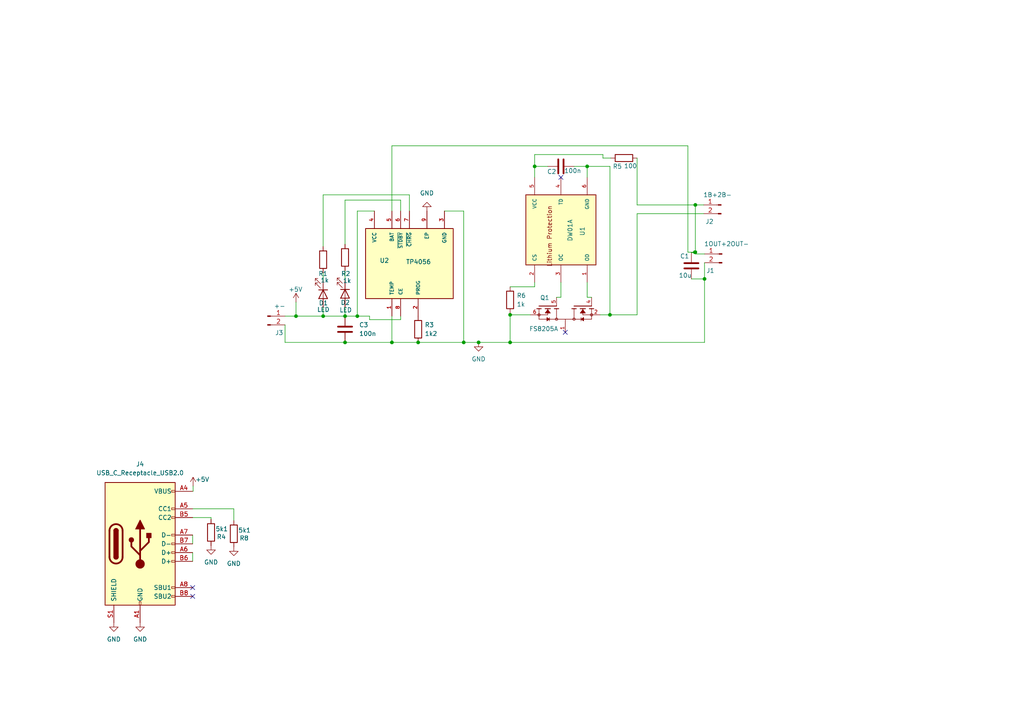
<source format=kicad_sch>
(kicad_sch (version 20230121) (generator eeschema)
  (paper "A4")
  (lib_symbols
    (symbol "Connector:Conn_01x02_Pin" (pin_names (offset 1.016) hide)
      (property "Reference" "J" (at 0 2.54 0))
      (property "Value" "Conn_01x02_Pin" (at 0 -5.08 0))
      (symbol "Conn_01x02_Pin_1_1"
        (polyline (pts (xy 1.27 -2.54) (xy 0.8636 -2.54)) (stroke (width 0.1524)))
        (polyline (pts (xy 1.27 0) (xy 0.8636 0)) (stroke (width 0.1524)))
        (rectangle (start 0.8636 -2.413) (end 0 -2.667) (stroke (width 0.1524)) (fill (type outline)))
        (rectangle (start 0.8636 0.127) (end 0 -0.127) (stroke (width 0.1524)) (fill (type outline)))
        (pin passive line (at 5.08 0 180) (length 3.81) (name "Pin_1") (number "1"))
        (pin passive line (at 5.08 -2.54 180) (length 3.81) (name "Pin_2") (number "2"))
      )
    )
    (symbol "Connector:USB_C_Receptacle_USB2.0" (pin_names (offset 1.016))
      (property "Reference" "J" (at -10.16 19.05 0))
      (property "Value" "USB_C_Receptacle_USB2.0" (at 19.05 19.05 0))
      (symbol "USB_C_Receptacle_USB2.0_0_0"
        (rectangle (start -0.254 -17.78) (end 0.254 -16.764))
        (rectangle (start 10.16 -14.986) (end 9.144 -15.494))
        (rectangle (start 10.16 -12.446) (end 9.144 -12.954))
        (rectangle (start 10.16 -4.826) (end 9.144 -5.334))
        (rectangle (start 10.16 -2.286) (end 9.144 -2.794))
        (rectangle (start 10.16 0.254) (end 9.144 -0.254))
        (rectangle (start 10.16 2.794) (end 9.144 2.286))
        (rectangle (start 10.16 7.874) (end 9.144 7.366))
        (rectangle (start 10.16 10.414) (end 9.144 9.906))
        (rectangle (start 10.16 15.494) (end 9.144 14.986))
      )
      (symbol "USB_C_Receptacle_USB2.0_0_1"
        (rectangle (start -10.16 17.78) (end 10.16 -17.78) (stroke (width 0.254)) (fill (type background)))
        (arc (start -8.89 -3.81) (mid -6.985 -5.7067) (end -5.08 -3.81) (stroke (width 0.508)))
        (arc (start -7.62 -3.81) (mid -6.985 -4.4423) (end -6.35 -3.81) (stroke (width 0.254)))
        (arc (start -7.62 -3.81) (mid -6.985 -4.4423) (end -6.35 -3.81) (stroke (width 0.254)) (fill (type outline)))
        (rectangle (start -7.62 -3.81) (end -6.35 3.81) (stroke (width 0.254)) (fill (type outline)))
        (arc (start -6.35 3.81) (mid -6.985 4.4423) (end -7.62 3.81) (stroke (width 0.254)))
        (arc (start -6.35 3.81) (mid -6.985 4.4423) (end -7.62 3.81) (stroke (width 0.254)) (fill (type outline)))
        (arc (start -5.08 3.81) (mid -6.985 5.7067) (end -8.89 3.81) (stroke (width 0.508)))
        (circle (center -2.54 1.143) (radius 0.635) (stroke (width 0.254)) (fill (type outline)))
        (circle (center 0 -5.842) (radius 1.27) (fill (type outline)))
        (polyline (pts (xy -8.89 -3.81) (xy -8.89 3.81)) (stroke (width 0.508)))
        (polyline (pts (xy -5.08 3.81) (xy -5.08 -3.81)) (stroke (width 0.508)))
        (polyline (pts (xy 0 -5.842) (xy 0 4.318)) (stroke (width 0.508)))
        (polyline (pts (xy 0 -3.302) (xy -2.54 -0.762) (xy -2.54 0.508)) (stroke (width 0.508)))
        (polyline (pts (xy 0 -2.032) (xy 2.54 0.508) (xy 2.54 1.778)) (stroke (width 0.508)))
        (polyline (pts (xy -1.27 4.318) (xy 0 6.858) (xy 1.27 4.318) (xy -1.27 4.318)) (stroke (width 0.254)) (fill (type outline)))
        (rectangle (start 1.905 1.778) (end 3.175 3.048) (stroke (width 0.254)) (fill (type outline)))
      )
      (symbol "USB_C_Receptacle_USB2.0_1_1"
        (pin passive line (at 0 -22.86 90) (length 5.08) (name "GND") (number "A1"))
        (pin passive line (at 0 -22.86 90) (length 5.08) hide (name "GND") (number "A12"))
        (pin passive line (at 15.24 15.24 180) (length 5.08) (name "VBUS") (number "A4"))
        (pin bidirectional line (at 15.24 10.16 180) (length 5.08) (name "CC1") (number "A5"))
        (pin bidirectional line (at 15.24 -2.54 180) (length 5.08) (name "D+") (number "A6"))
        (pin bidirectional line (at 15.24 2.54 180) (length 5.08) (name "D-") (number "A7"))
        (pin bidirectional line (at 15.24 -12.7 180) (length 5.08) (name "SBU1") (number "A8"))
        (pin passive line (at 15.24 15.24 180) (length 5.08) hide (name "VBUS") (number "A9"))
        (pin passive line (at 0 -22.86 90) (length 5.08) hide (name "GND") (number "B1"))
        (pin passive line (at 0 -22.86 90) (length 5.08) hide (name "GND") (number "B12"))
        (pin passive line (at 15.24 15.24 180) (length 5.08) hide (name "VBUS") (number "B4"))
        (pin bidirectional line (at 15.24 7.62 180) (length 5.08) (name "CC2") (number "B5"))
        (pin bidirectional line (at 15.24 -5.08 180) (length 5.08) (name "D+") (number "B6"))
        (pin bidirectional line (at 15.24 0 180) (length 5.08) (name "D-") (number "B7"))
        (pin bidirectional line (at 15.24 -15.24 180) (length 5.08) (name "SBU2") (number "B8"))
        (pin passive line (at 15.24 15.24 180) (length 5.08) hide (name "VBUS") (number "B9"))
        (pin passive line (at -7.62 -22.86 90) (length 5.08) (name "SHIELD") (number "S1"))
      )
    )
    (symbol "DW01A:DW01A" (pin_names (offset 1.016))
      (property "Reference" "U" (at -5.08 11.43 0))
      (property "Value" "DW01A" (at -5.08 -12.7 0))
      (symbol "DW01A_0_0"
        (rectangle (start -10.16 -10.16) (end 10.16 10.16) (stroke (width 0.254)) (fill (type background)))
        (text "Lithium Protection" (at -7.112 2.54 0) (effects (font (size 1.27 1.27)) (justify left bottom)))
        (pin bidirectional line (at 15.24 -7.62 180) (length 5.08) (name "OD") (number "1"))
        (pin bidirectional line (at 15.24 7.62 180) (length 5.08) (name "CS") (number "2"))
        (pin bidirectional line (at 15.24 0 180) (length 5.08) (name "OC") (number "3"))
        (pin bidirectional line (at -15.24 0 0) (length 5.08) (name "TD") (number "4"))
        (pin power_in line (at -15.24 7.62 0) (length 5.08) (name "VCC") (number "5"))
        (pin power_in line (at -15.24 -7.62 0) (length 5.08) (name "GND") (number "6"))
      )
    )
    (symbol "Device:C" (pin_numbers hide) (pin_names (offset 0.254))
      (property "Reference" "C" (at 0.635 2.54 0))
      (property "Value" "C" (at 0.635 -2.54 0))
      (symbol "C_0_1"
        (polyline (pts (xy -2.032 -0.762) (xy 2.032 -0.762)) (stroke (width 0.508)))
        (polyline (pts (xy -2.032 0.762) (xy 2.032 0.762)) (stroke (width 0.508)))
      )
      (symbol "C_1_1"
        (pin passive line (at 0 3.81 270) (length 2.794) (name "~") (number "1"))
        (pin passive line (at 0 -3.81 90) (length 2.794) (name "~") (number "2"))
      )
    )
    (symbol "Device:LED" (pin_numbers hide) (pin_names (offset 1.016) hide)
      (property "Reference" "D" (at 0 2.54 0))
      (property "Value" "LED" (at 0 -2.54 0))
      (symbol "LED_0_1"
        (polyline (pts (xy -1.27 -1.27) (xy -1.27 1.27)) (stroke (width 0.254)))
        (polyline (pts (xy -1.27 0) (xy 1.27 0)))
        (polyline (pts (xy 1.27 -1.27) (xy 1.27 1.27) (xy -1.27 0) (xy 1.27 -1.27)) (stroke (width 0.254)))
        (polyline (pts (xy -3.048 -0.762) (xy -4.572 -2.286) (xy -3.81 -2.286) (xy -4.572 -2.286) (xy -4.572 -1.524)))
        (polyline (pts (xy -1.778 -0.762) (xy -3.302 -2.286) (xy -2.54 -2.286) (xy -3.302 -2.286) (xy -3.302 -1.524)))
      )
      (symbol "LED_1_1"
        (pin passive line (at -3.81 0 0) (length 2.54) (name "K") (number "1"))
        (pin passive line (at 3.81 0 180) (length 2.54) (name "A") (number "2"))
      )
    )
    (symbol "Device:R" (pin_numbers hide) (pin_names (offset 0))
      (property "Reference" "R" (at 2.032 0 90))
      (property "Value" "R" (at 0 0 90))
      (symbol "R_0_1"
        (rectangle (start -1.016 -2.54) (end 1.016 2.54) (stroke (width 0.254)))
      )
      (symbol "R_1_1"
        (pin passive line (at 0 3.81 270) (length 1.27) (name "~") (number "1"))
        (pin passive line (at 0 -3.81 90) (length 1.27) (name "~") (number "2"))
      )
    )
    (symbol "FS8205A:FS8205A" (pin_names (offset 1.016))
      (property "Reference" "Q" (at -11.43 7.62 0))
      (property "Value" "FS8205A" (at -11.43 -12.7 0))
      (symbol "FS8205A_0_0"
        (circle (center 0 -7.62) (radius 0.3592))
        (polyline (pts (xy -2.54 -2.54) (xy -2.54 -7.62)) (stroke (width 0.254)))
        (polyline (pts (xy -2.54 7.62) (xy -2.54 2.54)) (stroke (width 0.254)))
        (polyline (pts (xy -1.778 -7.62) (xy -1.778 -8.255)) (stroke (width 0.254)))
        (polyline (pts (xy -1.778 -6.985) (xy -1.778 -7.62)) (stroke (width 0.254)))
        (polyline (pts (xy -1.778 -5.08) (xy -1.778 -5.842)) (stroke (width 0.254)))
        (polyline (pts (xy -1.778 -5.08) (xy 0 -5.08)) (stroke (width 0.1524)))
        (polyline (pts (xy -1.778 -4.318) (xy -1.778 -5.08)) (stroke (width 0.254)))
        (polyline (pts (xy -1.778 -2.54) (xy -1.778 -3.175)) (stroke (width 0.254)))
        (polyline (pts (xy -1.778 -2.54) (xy 1.27 -2.54)) (stroke (width 0.1524)))
        (polyline (pts (xy -1.778 -1.905) (xy -1.778 -2.54)) (stroke (width 0.254)))
        (polyline (pts (xy -1.778 2.54) (xy -1.778 1.905)) (stroke (width 0.254)))
        (polyline (pts (xy -1.778 3.175) (xy -1.778 2.54)) (stroke (width 0.254)))
        (polyline (pts (xy -1.778 5.08) (xy -1.778 4.318)) (stroke (width 0.254)))
        (polyline (pts (xy -1.778 5.08) (xy 0 5.08)) (stroke (width 0.1524)))
        (polyline (pts (xy -1.778 5.842) (xy -1.778 5.08)) (stroke (width 0.254)))
        (polyline (pts (xy -1.778 7.62) (xy -1.778 6.985)) (stroke (width 0.254)))
        (polyline (pts (xy -1.778 7.62) (xy 1.27 7.62)) (stroke (width 0.1524)))
        (polyline (pts (xy -1.778 8.255) (xy -1.778 7.62)) (stroke (width 0.254)))
        (polyline (pts (xy 0 -7.62) (xy -1.778 -7.62)) (stroke (width 0.1524)))
        (polyline (pts (xy 0 -7.62) (xy 1.27 -7.62)) (stroke (width 0.1524)))
        (polyline (pts (xy 0 -5.08) (xy 0 -7.62)) (stroke (width 0.1524)))
        (polyline (pts (xy 0 7.62) (xy 0 5.08)) (stroke (width 0.1524)))
        (polyline (pts (xy 0.762 4.572) (xy 1.27 4.572)) (stroke (width 0.1524)))
        (polyline (pts (xy 1.27 -4.572) (xy 0.762 -4.572)) (stroke (width 0.1524)))
        (polyline (pts (xy 1.27 -4.572) (xy 1.27 -7.62)) (stroke (width 0.1524)))
        (polyline (pts (xy 1.27 -2.54) (xy 1.27 -4.572)) (stroke (width 0.1524)))
        (polyline (pts (xy 1.27 -2.54) (xy 1.27 0)) (stroke (width 0.1524)))
        (polyline (pts (xy 1.27 0) (xy 1.27 2.54)) (stroke (width 0.1524)))
        (polyline (pts (xy 1.27 0) (xy 2.54 0)) (stroke (width 0.1524)))
        (polyline (pts (xy 1.27 2.54) (xy -1.778 2.54)) (stroke (width 0.1524)))
        (polyline (pts (xy 1.27 2.54) (xy 1.27 4.572)) (stroke (width 0.1524)))
        (polyline (pts (xy 1.27 4.572) (xy 1.27 7.62)) (stroke (width 0.1524)))
        (polyline (pts (xy 1.27 4.572) (xy 1.778 4.572)) (stroke (width 0.1524)))
        (polyline (pts (xy 1.778 -4.572) (xy 1.27 -4.572)) (stroke (width 0.1524)))
        (polyline (pts (xy -1.524 -5.08) (xy -0.508 -4.318) (xy -0.508 -5.842) (xy -1.524 -5.08)) (stroke (width 0.1524)) (fill (type outline)))
        (polyline (pts (xy -1.524 5.08) (xy -0.508 5.842) (xy -0.508 4.318) (xy -1.524 5.08)) (stroke (width 0.1524)) (fill (type outline)))
        (polyline (pts (xy 1.27 -4.572) (xy 0.762 -5.334) (xy 1.778 -5.334) (xy 1.27 -4.572)) (stroke (width 0.1524)) (fill (type outline)))
        (polyline (pts (xy 1.27 4.572) (xy 1.778 5.334) (xy 0.762 5.334) (xy 1.27 4.572)) (stroke (width 0.1524)) (fill (type outline)))
        (circle (center 0 7.62) (radius 0.3592))
        (circle (center 1.27 -2.54) (radius 0.3592))
        (circle (center 1.27 2.54) (radius 0.3592))
        (pin passive line (at 5.08 0 180) (length 2.54) (name "~") (number "1"))
        (pin passive line (at 0 -10.16 90) (length 2.54) (name "~") (number "2"))
        (pin passive line (at -5.08 -7.62 0) (length 2.54) (name "~") (number "4"))
        (pin passive line (at -5.08 2.54 0) (length 2.54) (name "~") (number "5"))
        (pin passive line (at 0 10.16 270) (length 2.54) (name "~") (number "6"))
      )
    )
    (symbol "TP4056:TP4056" (pin_names (offset 1.016))
      (property "Reference" "U" (at -10.16 13.208 0))
      (property "Value" "TP4056" (at -10.16 -15.24 0))
      (symbol "TP4056_0_0"
        (rectangle (start -10.16 -12.7) (end 10.16 12.7) (stroke (width 0.254)) (fill (type background)))
        (pin input line (at -15.24 5.08 0) (length 5.08) (name "TEMP") (number "1"))
        (pin bidirectional line (at -15.24 -2.54 0) (length 5.08) (name "PROG") (number "2"))
        (pin power_in line (at 15.24 -10.16 180) (length 5.08) (name "GND") (number "3"))
        (pin power_in line (at 15.24 10.16 180) (length 5.08) (name "VCC") (number "4"))
        (pin output line (at 15.24 5.08 180) (length 5.08) (name "BAT") (number "5"))
        (pin output line (at 15.24 2.54 180) (length 5.08) (name "~{STDBY}") (number "6"))
        (pin output line (at 15.24 0 180) (length 5.08) (name "~{CHRG}") (number "7"))
        (pin input line (at -15.24 2.54 0) (length 5.08) (name "CE") (number "8"))
        (pin passive line (at 15.24 -5.08 180) (length 5.08) (name "EP") (number "9"))
      )
    )
    (symbol "power:+5V" (power) (pin_names (offset 0))
      (property "Value" "+5V" (at 0 3.556 0))
      (symbol "+5V_0_1"
        (polyline (pts (xy -0.762 1.27) (xy 0 2.54)))
        (polyline (pts (xy 0 0) (xy 0 2.54)))
        (polyline (pts (xy 0 2.54) (xy 0.762 1.27)))
      )
      (symbol "+5V_1_1"
        (pin power_in line (at 0 0 90) (length 0) hide (name "+5V") (number "1"))
      )
    )
    (symbol "power:GND" (power) (pin_names (offset 0))
      (property "Value" "GND" (at 0 -3.81 0))
      (symbol "GND_0_1"
        (polyline (pts (xy 0 0) (xy 0 -1.27) (xy 1.27 -1.27) (xy 0 -2.54) (xy -1.27 -1.27) (xy 0 -1.27)))
      )
      (symbol "GND_1_1"
        (pin power_in line (at 0 0 270) (length 0) hide (name "GND") (number "1"))
      )
    )
  )
  (junction (at 147.955 99.314))
  (junction (at 155.067 48.26))
  (junction (at 176.911 91.313))
  (junction (at 147.955 91.313))
  (junction (at 201.676 59.436))
  (junction (at 204.343 80.899))
  (junction (at 85.852 91.694))
  (junction (at 201.676 73.152))
  (junction (at 121.285 99.314))
  (junction (at 103.632 91.694))
  (junction (at 170.307 48.26))
  (junction (at 100.076 99.314))
  (junction (at 113.665 99.314))
  (junction (at 93.726 91.694))
  (junction (at 138.811 99.314))
  (junction (at 201.549 73.152))
  (junction (at 100.076 91.694))
  (junction (at 134.493 99.314))
  (no_connect (at 162.687 51.435))
  (no_connect (at 163.957 96.393))
  (no_connect (at 55.88 170.434))
  (no_connect (at 55.88 172.974))
  (wire (pts (xy 184.785 59.436) (xy 201.676 59.436)))
  (wire (pts (xy 56.007 142.494) (xy 56.007 140.97)))
  (wire (pts (xy 147.955 99.314) (xy 147.955 91.313)))
  (wire (pts (xy 155.067 48.26) (xy 158.877 48.26)))
  (wire (pts (xy 155.067 81.915) (xy 155.067 83.185)))
  (wire (pts (xy 204.343 99.314) (xy 147.955 99.314)))
  (wire (pts (xy 161.417 86.233) (xy 162.687 86.233)))
  (wire (pts (xy 176.911 91.313) (xy 184.785 91.313)))
  (wire (pts (xy 170.307 48.26) (xy 170.307 51.435)))
  (wire (pts (xy 134.493 99.314) (xy 138.811 99.314)))
  (wire (pts (xy 116.205 61.214) (xy 116.205 58.039)))
  (wire (pts (xy 82.677 91.694) (xy 85.852 91.694)))
  (wire (pts (xy 103.632 61.214) (xy 103.632 91.694)))
  (wire (pts (xy 153.797 91.313) (xy 147.955 91.313)))
  (wire (pts (xy 200.533 73.279) (xy 201.549 73.279)))
  (wire (pts (xy 82.677 99.314) (xy 100.076 99.314)))
  (wire (pts (xy 170.307 48.26) (xy 176.911 48.26)))
  (wire (pts (xy 55.88 160.274) (xy 55.88 162.814)))
  (wire (pts (xy 67.818 147.574) (xy 67.818 151.003)))
  (wire (pts (xy 201.676 73.152) (xy 201.676 59.436)))
  (wire (pts (xy 82.677 94.234) (xy 82.677 99.314)))
  (wire (pts (xy 166.497 48.26) (xy 170.307 48.26)))
  (wire (pts (xy 116.205 91.694) (xy 116.205 92.71)))
  (wire (pts (xy 155.067 44.831) (xy 155.067 48.26)))
  (wire (pts (xy 184.785 91.313) (xy 184.785 61.976)))
  (wire (pts (xy 176.911 48.26) (xy 176.911 91.313)))
  (wire (pts (xy 85.852 91.694) (xy 93.726 91.694)))
  (wire (pts (xy 93.726 89.154) (xy 93.726 91.694)))
  (wire (pts (xy 162.687 81.915) (xy 162.687 86.233)))
  (wire (pts (xy 170.307 81.915) (xy 170.307 86.233)))
  (wire (pts (xy 108.585 61.214) (xy 103.632 61.214)))
  (wire (pts (xy 113.665 91.694) (xy 113.665 99.314)))
  (wire (pts (xy 113.665 61.214) (xy 113.665 42.291)))
  (wire (pts (xy 138.811 99.314) (xy 147.955 99.314)))
  (wire (pts (xy 204.343 73.66) (xy 201.676 73.66)))
  (wire (pts (xy 55.88 150.114) (xy 61.214 150.114)))
  (wire (pts (xy 184.785 61.976) (xy 204.089 61.976)))
  (wire (pts (xy 116.205 58.039) (xy 100.076 58.039)))
  (wire (pts (xy 100.076 89.027) (xy 100.076 91.694)))
  (wire (pts (xy 55.88 142.494) (xy 56.007 142.494)))
  (wire (pts (xy 100.076 58.039) (xy 100.076 70.866)))
  (wire (pts (xy 174.117 91.313) (xy 176.911 91.313)))
  (wire (pts (xy 103.632 91.694) (xy 107.188 91.694)))
  (wire (pts (xy 201.549 73.279) (xy 201.549 73.152)))
  (wire (pts (xy 199.517 42.291) (xy 199.517 73.152)))
  (wire (pts (xy 93.726 56.515) (xy 118.745 56.515)))
  (wire (pts (xy 174.879 44.831) (xy 155.067 44.831)))
  (wire (pts (xy 184.785 45.847) (xy 184.785 59.436)))
  (wire (pts (xy 174.879 45.847) (xy 174.879 44.831)))
  (wire (pts (xy 177.165 45.847) (xy 174.879 45.847)))
  (wire (pts (xy 55.88 155.194) (xy 55.88 157.734)))
  (wire (pts (xy 200.533 80.899) (xy 204.343 80.899)))
  (wire (pts (xy 199.517 73.152) (xy 201.549 73.152)))
  (wire (pts (xy 155.067 83.185) (xy 147.955 83.185)))
  (wire (pts (xy 201.549 73.152) (xy 201.676 73.152)))
  (wire (pts (xy 118.745 56.515) (xy 118.745 61.214)))
  (wire (pts (xy 201.676 59.436) (xy 204.089 59.436)))
  (wire (pts (xy 85.852 87.63) (xy 85.852 91.694)))
  (wire (pts (xy 134.493 61.214) (xy 128.905 61.214)))
  (wire (pts (xy 204.343 76.2) (xy 204.343 80.899)))
  (wire (pts (xy 116.205 92.71) (xy 107.188 92.71)))
  (wire (pts (xy 134.493 61.214) (xy 134.493 99.314)))
  (wire (pts (xy 93.726 71.501) (xy 93.726 56.515)))
  (wire (pts (xy 100.076 91.694) (xy 103.632 91.694)))
  (wire (pts (xy 121.285 99.314) (xy 134.493 99.314)))
  (wire (pts (xy 147.955 90.805) (xy 147.955 91.313)))
  (wire (pts (xy 204.343 80.899) (xy 204.343 99.314)))
  (wire (pts (xy 121.285 99.314) (xy 113.665 99.314)))
  (wire (pts (xy 93.726 79.121) (xy 93.726 81.534)))
  (wire (pts (xy 170.307 86.233) (xy 171.577 86.233)))
  (wire (pts (xy 107.188 92.71) (xy 107.188 91.694)))
  (wire (pts (xy 155.067 51.435) (xy 155.067 48.26)))
  (wire (pts (xy 55.88 147.574) (xy 67.818 147.574)))
  (wire (pts (xy 113.665 42.291) (xy 199.517 42.291)))
  (wire (pts (xy 201.676 73.66) (xy 201.676 73.152)))
  (wire (pts (xy 113.665 99.314) (xy 100.076 99.314)))
  (wire (pts (xy 100.076 78.486) (xy 100.076 81.407)))
  (wire (pts (xy 93.726 91.694) (xy 100.076 91.694)))
  (wire (pts (xy 61.214 150.114) (xy 61.214 150.622)))
  (symbol (lib_id "Device:R") (at 67.818 154.813 0) (unit 1)
    (property "Reference" "R8" (at 69.469 156.083 0) (effects (justify left)))
    (property "Value" "5k1" (at 69.088 153.797 0) (effects (justify left)))
    (property "Footprint" "Resistor_SMD:R_0805_2012Metric_Pad1.20x1.40mm_HandSolder" (effects hide))
  )
  (symbol (lib_id "power:GND") (at 33.02 180.594 0) (unit 1)
    (property "Reference" "#PWR09" (effects hide))
    (property "Value" "GND" (at 33.02 185.42 0))
  )
  (symbol (lib_id "Device:LED") (at 100.076 85.217 270) (unit 1)
    (property "Reference" "D2" (at 98.806 87.757 90) (effects (justify left)))
    (property "Value" "LED" (at 98.425 89.916 90) (effects (justify left)))
    (property "Footprint" "LED_SMD:LED_0805_2012Metric_Pad1.15x1.40mm_HandSolder" (effects hide))
  )
  (symbol (lib_id "Device:C") (at 100.076 95.504 0) (unit 1)
    (property "Reference" "C3" (at 104.14 94.234 0) (effects (justify left)))
    (property "Value" "100n" (at 104.14 96.774 0) (effects (justify left)))
    (property "Footprint" "Capacitor_SMD:C_0805_2012Metric_Pad1.18x1.45mm_HandSolder" (effects hide))
  )
  (symbol (lib_id "power:GND") (at 123.825 61.214 180) (unit 1)
    (property "Reference" "#PWR05" (effects hide))
    (property "Value" "GND" (at 123.825 56.007 0))
  )
  (symbol (lib_id "Device:R") (at 180.975 45.847 90) (unit 1)
    (property "Reference" "R5" (at 179.07 48.26 90))
    (property "Value" "100" (at 182.88 48.133 90))
    (property "Footprint" "Resistor_SMD:R_0805_2012Metric_Pad1.20x1.40mm_HandSolder" (effects hide))
  )
  (symbol (lib_id "power:+5V") (at 85.852 87.63 0) (unit 1)
    (property "Reference" "#PWR02" (effects hide))
    (property "Value" "+5V" (at 85.725 83.947 0))
  )
  (symbol (lib_id "Device:R") (at 147.955 86.995 0) (unit 1)
    (property "Reference" "R6" (at 149.86 85.725 0) (effects (justify left)))
    (property "Value" "1k" (at 149.86 88.265 0) (effects (justify left)))
    (property "Footprint" "Resistor_SMD:R_0805_2012Metric_Pad1.20x1.40mm_HandSolder" (effects hide))
  )
  (symbol (lib_id "Device:R") (at 100.076 74.676 0) (unit 1)
    (property "Reference" "R2" (at 98.933 79.375 0) (effects (justify left)))
    (property "Value" "1k" (at 99.441 81.407 0) (effects (justify left)))
    (property "Footprint" "Resistor_SMD:R_0805_2012Metric_Pad1.20x1.40mm_HandSolder" (effects hide))
  )
  (symbol (lib_id "power:GND") (at 40.64 180.594 0) (unit 1)
    (property "Reference" "#PWR04" (effects hide))
    (property "Value" "GND" (at 40.64 185.42 0))
  )
  (symbol (lib_id "Device:LED") (at 93.726 85.344 270) (unit 1)
    (property "Reference" "D1" (at 92.456 87.884 90) (effects (justify left)))
    (property "Value" "LED" (at 91.948 89.789 90) (effects (justify left)))
    (property "Footprint" "LED_SMD:LED_0805_2012Metric_Pad1.15x1.40mm_HandSolder" (effects hide))
  )
  (symbol (lib_id "TP4056:TP4056") (at 118.745 76.454 90) (unit 1)
    (property "Reference" "U2" (at 110.109 75.565 90) (effects (justify right)))
    (property "Value" "TP4056" (at 117.729 75.946 90) (effects (justify right)))
    (property "Footprint" "tp4050_footprt:SOP127P600X175-9N" (effects hide))
    (property "MF" "Texas Instruments" (effects hide))
    (property "Description" "\nCharger Li-Ion Article 1A protection, module with IO TP4056 (micro USB)\n" (effects hide))
    (property "Package" "None" (effects hide))
    (property "Price" "None" (effects hide))
    (property "SnapEDA_Link" "https://www.snapeda.com/parts/TP4056/Texas+Instruments/view-part/?ref=snap" (effects hide))
    (property "MP" "TP4056" (effects hide))
    (property "M_PART_NUMBER" "TP4056" (effects hide))
    (property "Availability" "Not in stock" (effects hide))
    (property "Check_prices" "https://www.snapeda.com/parts/TP4056/Texas+Instruments/view-part/?ref=eda" (effects hide))
  )
  (symbol (lib_id "Device:R") (at 121.285 95.504 0) (unit 1)
    (property "Reference" "R3" (at 123.19 94.234 0) (effects (justify left)))
    (property "Value" "1k2" (at 123.19 96.774 0) (effects (justify left)))
    (property "Footprint" "Resistor_SMD:R_0805_2012Metric_Pad1.20x1.40mm_HandSolder" (effects hide))
  )
  (symbol (lib_id "Device:R") (at 93.726 75.311 0) (unit 1)
    (property "Reference" "R1" (at 92.329 79.375 0) (effects (justify left)))
    (property "Value" "1k" (at 92.964 81.28 0) (effects (justify left)))
    (property "Footprint" "Resistor_SMD:R_0805_2012Metric_Pad1.20x1.40mm_HandSolder" (effects hide))
  )
  (symbol (lib_id "Connector:USB_C_Receptacle_USB2.0") (at 40.64 157.734 0) (unit 1)
    (property "Reference" "J4" (at 40.64 134.62 0))
    (property "Value" "USB_C_Receptacle_USB2.0" (at 40.64 137.16 0))
    (property "Footprint" "Connector_USB:USB_C_Receptacle_HRO_TYPE-C-31-M-12" (effects hide))
    (property "Datasheet" "https://www.usb.org/sites/default/files/documents/usb_type-c.zip" (effects hide))
  )
  (symbol (lib_id "Connector:Conn_01x02_Pin") (at 77.597 91.694 0) (unit 1)
    (property "Reference" "J3" (at 82.169 96.52 0) (effects (justify right)))
    (property "Value" "+-" (at 82.804 88.773 0) (effects (justify right)))
    (property "Footprint" "Connector_PinHeader_2.54mm:PinHeader_1x02_P2.54mm_Vertical_SMD_Pin1Left" (effects hide))
  )
  (symbol (lib_id "FS8205A:FS8205A") (at 163.957 91.313 90) (mirror x) (unit 1)
    (property "Reference" "Q1" (at 159.385 86.36 90) (effects (justify left)))
    (property "Value" "FS8205A" (at 161.925 95.377 90) (effects (justify left)))
    (property "Footprint" "fs8205a_footprt:SOP65P640X120-8N" (effects hide))
    (property "MF" "Fortune Semiconductor" (effects hide))
    (property "MAXIMUM_PACKAGE_HEIGHT" "1.2mm" (effects hide))
    (property "Package" "Package" (effects hide))
    (property "Price" "None" (effects hide))
    (property "Check_prices" "https://www.snapeda.com/parts/FS8205A/Fortune+Semiconductor/view-part/?ref=eda" (effects hide))
    (property "STANDARD" "IPC 7351B" (effects hide))
    (property "PARTREV" "1.7" (effects hide))
    (property "SnapEDA_Link" "https://www.snapeda.com/parts/FS8205A/Fortune+Semiconductor/view-part/?ref=snap" (effects hide))
    (property "MP" "FS8205A" (effects hide))
    (property "Description" "\n" (effects hide))
    (property "Availability" "Not in stock" (effects hide))
    (property "MANUFACTURER" "Fortune Semiconductor" (effects hide))
  )
  (symbol (lib_id "Device:C") (at 200.533 77.089 0) (unit 1)
    (property "Reference" "C1" (at 197.231 74.295 0) (effects (justify left)))
    (property "Value" "10u" (at 196.85 79.883 0) (effects (justify left)))
    (property "Footprint" "Capacitor_SMD:C_0603_1608Metric_Pad1.08x0.95mm_HandSolder" (effects hide))
  )
  (symbol (lib_id "Device:R") (at 61.214 154.432 0) (unit 1)
    (property "Reference" "R4" (at 62.865 155.702 0) (effects (justify left)))
    (property "Value" "5k1" (at 62.484 153.416 0) (effects (justify left)))
    (property "Footprint" "Resistor_SMD:R_0805_2012Metric_Pad1.20x1.40mm_HandSolder" (effects hide))
  )
  (symbol (lib_id "Device:C") (at 162.687 48.26 90) (unit 1)
    (property "Reference" "C2" (at 160.02 49.784 90))
    (property "Value" "100n" (at 166.116 49.53 90))
    (property "Footprint" "Capacitor_SMD:C_0805_2012Metric_Pad1.18x1.45mm_HandSolder" (effects hide))
  )
  (symbol (lib_id "power:GND") (at 61.214 158.242 0) (unit 1)
    (property "Reference" "#PWR06" (effects hide))
    (property "Value" "GND" (at 61.214 163.068 0))
  )
  (symbol (lib_id "power:GND") (at 67.818 158.623 0) (unit 1)
    (property "Reference" "#PWR07" (effects hide))
    (property "Value" "GND" (at 67.818 163.449 0))
  )
  (symbol (lib_id "power:+5V") (at 56.007 140.97 0) (unit 1)
    (property "Reference" "#PWR03" (effects hide))
    (property "Value" "+5V" (at 58.674 139.065 0))
  )
  (symbol (lib_id "Connector:Conn_01x02_Pin") (at 209.423 73.66 0) (mirror y) (unit 1)
    (property "Reference" "J1" (at 204.851 78.486 0) (effects (justify right)))
    (property "Value" "1OUT+2OUT- " (at 204.216 70.739 0) (effects (justify right)))
    (property "Footprint" "Connector_PinHeader_2.54mm:PinHeader_1x02_P2.54mm_Vertical_SMD_Pin1Left" (effects hide))
  )
  (symbol (lib_id "power:GND") (at 138.811 99.314 0) (unit 1)
    (property "Reference" "#PWR01" (effects hide))
    (property "Value" "GND" (at 138.811 104.14 0))
  )
  (symbol (lib_id "Connector:Conn_01x02_Pin") (at 209.169 59.436 0) (mirror y) (unit 1)
    (property "Reference" "J2" (at 204.597 64.262 0) (effects (justify right)))
    (property "Value" "1B+2B-" (at 203.962 56.515 0) (effects (justify right)))
    (property "Footprint" "Connector_PinHeader_2.54mm:PinHeader_1x02_P2.54mm_Vertical_SMD_Pin1Left" (effects hide))
  )
  (symbol (lib_id "DW01A:DW01A") (at 162.687 66.675 90) (mirror x) (unit 1)
    (property "Reference" "U1" (at 168.91 67.056 0))
    (property "Value" "DW01A" (at 165.354 66.802 0))
    (property "Footprint" "dw01a_footprt:SOT23-6" (effects hide))
    (property "MF" "Fortune Semiconductor" (effects hide))
    (property "Description" "\nOne Cell Lithium-ion/Polymer Battery Protection IC\n" (effects hide))
    (property "Package" "SOT-23-6 Fortune Semiconductor" (effects hide))
    (property "Price" "None" (effects hide))
    (property "SnapEDA_Link" "https://www.snapeda.com/parts/DW01A/Fortune+Semiconductor/view-part/?ref=snap" (effects hide))
    (property "MP" "DW01A" (effects hide))
    (property "M_PART_NUMBER" "DW01A" (effects hide))
    (property "Availability" "Not in stock" (effects hide))
    (property "Check_prices" "https://www.snapeda.com/parts/DW01A/Fortune+Semiconductor/view-part/?ref=eda" (effects hide))
  )
)
</source>
